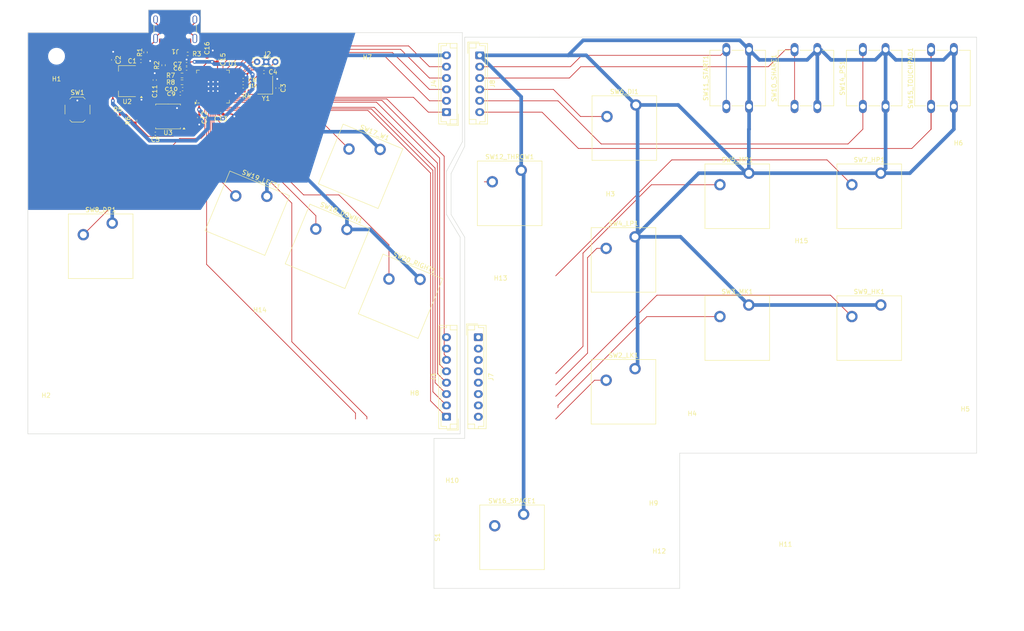
<source format=kicad_pcb>
(kicad_pcb (version 20240108) (generator "pcbnew") (generator_version "8.0")
  (layers (0 "F.Cu" signal) (31 "B.Cu" signal) (34 "B.Paste" user) (35 "F.Paste" user) (36 "B.SilkS" user "B.Silkscreen") (37 "F.SilkS" user "F.Silkscreen") (38 "B.Mask" user) (39 "F.Mask" user) (44 "Edge.Cuts" user))
  (net 0 "")
  (net 1 "VBUS")
  (net 2 "GND")
  (net 3 "+3.3V")
  (net 4 "Net-(C4-Pad2)")
  (net 5 "Net-(J1-SHIELD)")
  (net 6 "Net-(J1-CC2)")
  (net 7 "Net-(J1-CC1)")
  (net 8 "/B2_1")
  (net 15 "+1V1")
  (net 16 "Net-(R5-Pad1)")
  (net 17 "Net-(U1-USB_DM)")
  (net 18 "Net-(U1-USB_DP)")
  (net 19 "/Main/XIN")
  (net 20 "/Main/XOUT")
  (net 21 "/Main/QSPI_SS")
  (net 22 "/Main/D-")
  (net 23 "/Main/D+")
  (net 24 "DOWN")
  (net 25 "RIGHT")
  (net 26 "LEFT")
  (net 27 "/SPACE_1")
  (net 28 "/B3_1")
  (net 29 "L2")
  (net 30 "/B1_1")
  (net 31 "/L3_1")
  (net 32 "/Main/SWCLK")
  (net 33 "/Main/SWDIO")
  (net 34 "/Main/QSPI_SD3")
  (net 35 "/Main/QSPI_SCLK")
  (net 36 "/Main/QSPI_SD0")
  (net 37 "/Main/QSPI_SD2")
  (net 38 "/Main/QSPI_SD1")
  (net 39 "W")
  (net 46 "/R2_1")
  (net 47 "/B4_1")
  (net 48 "/R1_1")
  (net 49 "/S2")
  (net 50 "/A1")
  (net 51 "/S1")
  (net 52 "/L1")
  (net 53 "/A2")
  (net 54 "/SPACE")
  (net 57 "/B2")
  (net 58 "/B1")
  (net 59 "/B3")
  (net 60 "/L3")
  (net 61 "/R2")
  (net 62 "/B4")
  (net 63 "/R1")
  (net 64 "/S2_1")
  (net 65 "/A1_1")
  (net 66 "/A2_1")
  (net 67 "/S1_1")
  (net 68 "/L1_1")
  (net 69 "B1")
  (net 70 "B2")
  (net 71 "B3")
  (net 72 "B4")
  (net 73 "L1")
  (net 74 "R1")
  (net 75 "R2")
  (net 76 "S1")
  (net 77 "S2")
  (net 78 "L3")
  (net 79 "A1")
  (net 80 "A2")
  (net 81 "SPACE")
  (footprint "Capacitor_SMD:C_0402_1005Metric" (layer "F.Cu") (at 68.841 31.252)
    (property "Reference" "C1")
    (property "Value" "4.7u")
  )
  (footprint "PCM_Switch_Keyboard_Cherry_MX:SW_Cherry_MX_PCB" (layer "F.Cu") (at 228.903943 90)
    (property "Reference" "SW9_HK1")
    (property "Value" "SW_Push")
  )
  (footprint "" (layer "F.Cu") (at 83.7 36.84)
    (property "Reference" "")
    (property "Value" "")
  )
  (footprint "Crystal:Crystal_SMD_3225-4Pin_3.2x2.5mm" (layer "F.Cu") (at 96.146 36.53 90)
    (property "Reference" "Y1")
    (property "Value" "12 mhz crystal")
  )
  (footprint "Capacitor_SMD:C_0402_1005Metric" (layer "F.Cu") (at 77.49875 38.43 180)
    (property "Reference" "C9")
    (property "Value" "100n")
  )
  (footprint "" (layer "F.Cu") (at 85.732 36.84)
    (property "Reference" "")
    (property "Value" "")
  )
  (footprint "Capacitor_SMD:C_0402_1005Metric" (layer "F.Cu") (at 78.88 31.93 180)
    (property "Reference" "C7")
    (property "Value" "1u")
  )
  (footprint "Button_Switch_THT:SW_SPST_Omron_B3F-40xx" (layer "F.Cu") (at 197.5 41.25 90)
    (property "Reference" "SW11_START1")
    (property "Value" "SW_Push")
  )
  (footprint "Capacitor_SMD:C_0402_1005Metric" (layer "F.Cu") (at 91.32 35.43)
    (property "Reference" "C8")
    (property "Value" "100n")
  )
  (footprint "Button_Switch_SMD:SW_SPST_TL3342" (layer "F.Cu") (at 54.905 41.93)
    (property "Reference" "SW1")
    (property "Value" "Memory Reset")
  )
  (footprint "MountingHole:MountingHole_3.2mm_M3" (layer "F.Cu") (at 248.5 53.5)
    (property "Reference" "H6")
    (property "Value" "MountingHole")
  )
  (footprint "" (layer "F.Cu") (at 85.732 35.824)
    (property "Reference" "")
    (property "Value" "")
  )
  (footprint "" (layer "F.Cu") (at 85.732 37.856)
    (property "Reference" "")
    (property "Value" "")
  )
  (footprint "Resistor_SMD:R_0402_1005Metric" (layer "F.Cu") (at 92.08 37.856 180)
    (property "Reference" "R4")
    (property "Value" "1K")
  )
  (footprint "MountingHole:MountingHole_3.2mm_M3" (layer "F.Cu") (at 182.75 143.25)
    (property "Reference" "H12")
    (property "Value" "MountingHole")
  )
  (footprint "Capacitor_SMD:C_0402_1005Metric" (layer "F.Cu") (at 85.63 30.91 90)
    (property "Reference" "C15")
    (property "Value" "100n")
  )
  (footprint "Resistor_SMD:R_0402_1005Metric" (layer "F.Cu") (at 63.761 42.936)
    (property "Reference" "R5")
    (property "Value" "1K")
  )
  (footprint "MountingHole:MountingHole_3.2mm_M3" (layer "F.Cu") (at 147.881057 74.01)
    (property "Reference" "H13")
    (property "Value" "MountingHole")
  )
  (footprint "Resistor_SMD:R_0402_1005Metric" (layer "F.Cu") (at 73.822 32.178 -90)
    (property "Reference" "R2")
    (property "Value" "5.1K")
  )
  (footprint "PCM_Switch_Keyboard_Cherry_MX:SW_Cherry_MX_PCB_1.00u" (layer "F.Cu") (at 125.903943 83 -22.5)
    (property "Reference" "SW20_RIGHT1")
    (property "Value" "SW_Push")
  )
  (footprint "PCM_Switch_Keyboard_Cherry_MX:SW_Cherry_MX_PCB_1.00u" (layer "F.Cu") (at 109.834772 72.014362 -22.5)
    (property "Reference" "SW18_DOWN1")
    (property "Value" "SW_Push")
  )
  (footprint "MountingHole:MountingHole_3.2mm_M3" (layer "F.Cu") (at 190 113)
    (property "Reference" "H4")
    (property "Value" "MountingHole")
  )
  (footprint "Package_TO_SOT_SMD:SOT-223-3_TabPin2" (layer "F.Cu") (at 65.822 35.678 180)
    (property "Reference" "U2")
    (property "Value" "AMS1117-3.3_SOT223")
  )
  (footprint "Leverless_Controller_Library:Debug_Points" (layer "F.Cu") (at 97.68 31.43 180)
    (property "Reference" "J2")
    (property "Value" "Conn_01x03_Socket")
  )
  (footprint "PCM_Switch_Keyboard_Cherry_MX:SW_Cherry_MX_PCB_1.00u" (layer "F.Cu") (at 117.124891 54.414457 -22.5)
    (property "Reference" "SW17_W1")
    (property "Value" "SW_Push")
  )
  (footprint "Capacitor_SMD:C_0402_1005Metric" (layer "F.Cu") (at 83.38 30.93 90)
    (property "Reference" "C16")
    (property "Value" "100n")
  )
  (footprint "PCM_Switch_Keyboard_Cherry_MX:SW_Cherry_MX_PCB" (layer "F.Cu") (at 199.903943 90)
    (property "Reference" "SW3_MK1")
    (property "Value" "SW_Push")
  )
  (footprint "MountingHole:MountingHole_3.2mm_M3" (layer "F.Cu") (at 50.3 30.2)
    (property "Reference" "H1")
    (property "Value" "MountingHole")
  )
  (footprint "Capacitor_SMD:C_0402_1005Metric" (layer "F.Cu") (at 77.99875 37.43 180)
    (property "Reference" "C10")
    (property "Value" "100n")
  )
  (footprint "Connector_JST:JST_EH_B6B-EH-A_1x06_P2.50mm_Vertical" (layer "F.Cu") (at 136 42.5 90)
    (property "Reference" "J4")
    (property "Value" "Conn_01x06_Socket")
  )
  (footprint "Capacitor_SMD:C_0402_1005Metric" (layer "F.Cu") (at 62.745 30.998 90)
    (property "Reference" "C2")
    (property "Value" "4.7u")
  )
  (footprint "Capacitor_SMD:C_0402_1005Metric" (layer "F.Cu") (at 78.88 32.93 180)
    (property "Reference" "C6")
    (property "Value" "1u")
  )
  (footprint "MountingHole:MountingHole_3.2mm_M3" (layer "F.Cu") (at 181.506057 124.01)
    (property "Reference" "H9")
    (property "Value" "MountingHole")
  )
  (footprint "MountingHole:MountingHole_3.2mm_M3" (layer "F.Cu") (at 210.5 141.75)
    (property "Reference" "H11")
    (property "Value" "MountingHole")
  )
  (footprint "Capacitor_SMD:C_0402_1005Metric" (layer "F.Cu") (at 81.63 43.68 -90)
    (property "Reference" "C12")
    (property "Value" "100n")
  )
  (footprint "MountingHole:MountingHole_3.2mm_M3" (layer "F.Cu") (at 48 109)
    (property "Reference" "H2")
    (property "Value" "MountingHole")
  )
  (footprint "PCM_Switch_Keyboard_Cherry_MX:SW_Cherry_MX_PCB" (layer "F.Cu") (at 174.903943 104)
    (property "Reference" "SW2_LK1")
    (property "Value" "SW_Push")
  )
  (footprint "PCM_Switch_Keyboard_Cherry_MX:SW_Cherry_MX_PCB" (layer "F.Cu") (at 60 71.991696)
    (property "Reference" "SW8_DP1")
    (property "Value" "SW_Push")
  )
  (footprint "PCM_Switch_Keyboard_Cherry_MX:SW_Cherry_MX_PCB" (layer "F.Cu") (at 149.885906 60.354124)
    (property "Reference" "SW12_THROW1")
    (property "Value" "SW_Push")
  )
  (footprint "Capacitor_SMD:C_0402_1005Metric" (layer "F.Cu") (at 98.852 37.208 -90)
    (property "Reference" "C3")
    (property "Value" "15p")
  )
  (footprint "" (layer "F.Cu") (at 84.716 37.856)
    (property "Reference" "")
    (property "Value" "")
  )
  (footprint "Resistor_SMD:R_0603_1608Metric" (layer "F.Cu") (at 77.88 34.43)
    (property "Reference" "R7")
    (property "Value" "27")
  )
  (footprint "Connector_JST:JST_EH_B8B-EH-A_1x08_P2.50mm_Vertical" (layer "F.Cu") (at 143 92 -90)
    (property "Reference" "J7")
    (property "Value" "Conn_01x06_Socket")
  )
  (footprint "" (layer "F.Cu") (at 84.716 35.824)
    (property "Reference" "")
    (property "Value" "")
  )
  (footprint "MountingHole:MountingHole_3.2mm_M3" (layer "F.Cu") (at 167.5 60.5)
    (property "Reference" "H3")
    (property "Value" "MountingHole")
  )
  (footprint "Resistor_SMD:R_0402_1005Metric_Pad0.72x0.64mm_HandSolder" (layer "F.Cu") (at 67.571 44.333 -90)
    (property "Reference" "R6")
    (property "Value" "DNF")
  )
  (footprint "" (layer "F.Cu") (at 84.716 36.84)
    (property "Reference" "")
    (property "Value" "")
  )
  (footprint "Capacitor_SMD:C_0402_1005Metric" (layer "F.Cu") (at 72.016 47.254)
    (property "Reference" "C5")
    (property "Value" "100n")
  )
  (footprint "MountingHole:MountingHole_3.2mm_M3" (layer "F.Cu") (at 129 108.5)
    (property "Reference" "H8")
    (property "Value" "MountingHole")
  )
  (footprint "Capacitor_SMD:C_0402_1005Metric" (layer "F.Cu") (at 86.38 42.93)
    (property "Reference" "C13")
    (property "Value" "100n")
  )
  (footprint "Package_DFN_QFN:QFN-56-1EP_7x7mm_P0.4mm_EP3.2x3.2mm" (layer "F.Cu") (at 84.678 36.878 90)
    (property "Reference" "U1")
    (property "Value" "RP2040")
  )
  (footprint "Leverless_Controller_Library:USB_C_Receptacle_C6332272" (layer "F.Cu") (at 76.38 23.68 180)
    (property "Reference" "J1")
    (property "Value" "USB_C_Receptacle_USB2.0_14P")
  )
  (footprint "Capacitor_SMD:C_0402_1005Metric" (layer "F.Cu") (at 91.32 36.84)
    (property "Reference" "C14")
    (property "Value" "100n")
  )
  (footprint "PCM_Switch_Keyboard_Cherry_MX:SW_Cherry_MX_PCB" (layer "F.Cu") (at 199.903943 61)
    (property "Reference" "SW5_MP1")
    (property "Value" "SW_Push")
  )
  (footprint "PCM_Switch_Keyboard_Cherry_MX:SW_Cherry_MX_PCB" (layer "F.Cu") (at 175.084257 46.000561)
    (property "Reference" "SW6_DI1")
    (property "Value" "SW_Push")
  )
  (footprint "PCM_Mounting_Keyboard_Stabilizer:Stabilizer_Cherry_MX_2.00u" (layer "F.Cu") (at 150.41 136.01)
    (property "Reference" "S1")
    (property "Value" "~")
  )
  (footprint "Resistor_SMD:R_0402_1005Metric" (layer "F.Cu") (at 79.13 29.68)
    (property "Reference" "R3")
    (property "Value" "5.1K")
  )
  (footprint "PCM_Switch_Keyboard_Cherry_MX:SW_Cherry_MX_PCB_1.00u" (layer "F.Cu") (at 92.234867 64.724243 -22.5)
    (property "Reference" "SW19_LEFT1")
    (property "Value" "SW_Push")
  )
  (footprint "Resistor_SMD:R_0603_1608Metric" (layer "F.Cu") (at 77.88 35.93)
    (property "Reference" "R8")
    (property "Value" "27")
  )
  (footprint "PCM_Switch_Keyboard_Cherry_MX:SW_Cherry_MX_PCB" (layer "F.Cu") (at 174.903943 75)
    (property "Reference" "SW4_LP1")
    (property "Value" "SW_Push")
  )
  (footprint "MountingHole:MountingHole_3.2mm_M3" (layer "F.Cu") (at 137.25 119)
    (property "Reference" "H10")
    (property "Value" "MountingHole")
  )
  (footprint "MountingHole:MountingHole_3.2mm_M3" (layer "F.Cu") (at 95 81)
    (property "Reference" "H14")
    (property "Value" "MountingHole")
  )
  (footprint "Package_SO:SOIC-8_5.23x5.23mm_P1.27mm" (layer "F.Cu") (at 74.81 43.444 180)
    (property "Reference" "U3")
    (property "Value" "W25Q128JVSIQ")
  )
  (footprint "MountingHole:MountingHole_3.2mm_M3" (layer "F.Cu") (at 214 75)
    (property "Reference" "H15")
    (property "Value" "MountingHole")
  )
  (footprint "PCM_Switch_Keyboard_Cherry_MX:SW_Cherry_MX_PCB" (layer "F.Cu") (at 228.903943 61)
    (property "Reference" "SW7_HP1")
    (property "Value" "SW_Push")
  )
  (footprint "MountingHole:MountingHole_3.2mm_M3" (layer "F.Cu") (at 250 112)
    (property "Reference" "H5")
    (property "Value" "MountingHole")
  )
  (footprint "PCM_Switch_Keyboard_Cherry_MX:SW_Cherry_MX_PCB" (layer "F.Cu") (at 150.41 136.01)
    (property "Reference" "SW16_SPACE1")
    (property "Value" "SW_Push")
  )
  (footprint "MountingHole:MountingHole_3.2mm_M3" (layer "F.Cu") (at 118.6 34.6)
    (property "Reference" "H7")
    (property "Value" "MountingHole")
  )
  (footprint "Connector_JST:JST_EH_B6B-EH-A_1x06_P2.50mm_Vertical" (layer "F.Cu") (at 143.3 30 -90)
    (property "Reference" "J8")
    (property "Value" "Conn_01x06_Socket")
  )
  (footprint "Button_Switch_THT:SW_SPST_Omron_B3F-40xx" (layer "F.Cu") (at 212.5 41.25 90)
    (property "Reference" "SW10_SHARE1")
    (property "Value" "SW_Push")
  )
  (footprint "" (layer "F.Cu") (at 83.7 37.856)
    (property "Reference" "")
    (property "Value" "")
  )
  (footprint "Capacitor_SMD:C_0402_1005Metric" (layer "F.Cu") (at 71.88 35.43 90)
    (property "Reference" "C11")
    (property "Value" "100n")
  )
  (footprint "" (layer "F.Cu") (at 83.7 35.824)
    (property "Reference" "")
    (property "Value" "")
  )
  (footprint "PCM_kikit:Board" (layer "F.Cu") (at 158.5 25)
    (property "Reference" "B2")
    (property "Value" "Board")
  )
  (footprint "Connector_JST:JST_EH_B8B-EH-A_1x08_P2.50mm_Vertical" (layer "F.Cu") (at 136 109.5 90)
    (property "Reference" "J3")
    (property "Value" "Conn_01x06_Socket")
  )
  (footprint "Capacitor_SMD:C_0402_1005Metric" (layer "F.Cu") (at 95.88 33.68 180)
    (property "Reference" "C4")
    (property "Value" "15p")
  )
  (footprint "Button_Switch_THT:SW_SPST_Omron_B3F-40xx" (layer "F.Cu") (at 242.5 41.25 90)
    (property "Reference" "SW15_TOUCHPAD1")
    (property "Value" "SW_Push")
  )
  (footprint "Resistor_SMD:R_0402_1005Metric" (layer "F.Cu") (at 69.857 29.347 -90)
    (property "Reference" "R1")
    (property "Value" "1M")
  )
  (footprint "Button_Switch_THT:SW_SPST_Omron_B3F-40xx" (layer "F.Cu") (at 227.5 41.25 90)
    (property "Reference" "SW14_PS1")
    (property "Value" "SW_Push")
  )
  (footprint "PCM_kikit:Board" (layer "F.Cu") (at 57 25)
    (property "Reference" "B1")
    (property "Value" "Board")
  )
  (gr_line (start 252.5 26) (end 252.5 117.5) (stroke (width 0.1)) (layer "Edge.Cuts"))
  (gr_line (start 252.5 117.5) (end 187.25 117.5) (stroke (width 0.1)) (layer "Edge.Cuts"))
  (gr_line (start 44 113.25) (end 139 113.25) (stroke (width 0.1)) (layer "Edge.Cuts"))
  (gr_line (start 140.006057 75.01) (end 140.006057 114.255) (stroke (width 0.1)) (layer "Edge.Cuts"))
  (gr_line (start 133.25 147.25) (end 187.25 147.25) (stroke (width 0.1)) (layer "Edge.Cuts"))
  (gr_line (start 139.5 49) (end 139.5 25) (stroke (width 0.1)) (layer "Edge.Cuts"))
  (gr_line (start 140.006057 70.01) (end 140.006057 75.01) (stroke (width 0.1)) (layer "Edge.Cuts"))
  (gr_line (start 82 25) (end 82 20) (stroke (width 0.1)) (layer "Edge.Cuts"))
  (gr_line (start 82 20) (end 70.5 20) (stroke (width 0.1)) (layer "Edge.Cuts"))
  (gr_line (start 139.5 25) (end 82 25) (stroke (width 0.1)) (layer "Edge.Cuts"))
  (gr_line (start 139 113.25) (end 139 70) (stroke (width 0.1)) (layer "Edge.Cuts"))
  (gr_line (start 70.5 20) (end 70.5 25) (stroke (width 0.1)) (layer "Edge.Cuts"))
  (gr_line (start 140.006057 50.01) (end 137.006057 56.01) (stroke (width 0.1)) (layer "Edge.Cuts"))
  (gr_line (start 187.25 147.25) (end 187.25 117.5) (stroke (width 0.1)) (layer "Edge.Cuts"))
  (gr_line (start 136 55.5) (end 139.5 49) (stroke (width 0.1)) (layer "Edge.Cuts"))
  (gr_line (start 136 65) (end 136 55.5) (stroke (width 0.1)) (layer "Edge.Cuts"))
  (gr_line (start 140.006057 50.01) (end 140 26) (stroke (width 0.1)) (layer "Edge.Cuts"))
  (gr_line (start 252.5 26) (end 156.35 26) (stroke (width 0.1)) (layer "Edge.Cuts"))
  (gr_line (start 133.25 114.25) (end 133.25 147.25) (stroke (width 0.1)) (layer "Edge.Cuts"))
  (gr_line (start 140 26) (end 156.35 26) (stroke (width 0.1)) (layer "Edge.Cuts"))
  (gr_line (start 70.5 25) (end 44 25) (stroke (width 0.1)) (layer "Edge.Cuts"))
  (gr_line (start 139 70) (end 136 65) (stroke (width 0.1)) (layer "Edge.Cuts"))
  (gr_line (start 137.006057 56.01) (end 137.006057 65.01) (stroke (width 0.1)) (layer "Edge.Cuts"))
  (gr_line (start 44 25) (end 44 113.25) (stroke (width 0.1)) (layer "Edge.Cuts"))
  (gr_line (start 140.006057 114.255) (end 133.25 114.25) (stroke (width 0.1)) (layer "Edge.Cuts"))
  (gr_line (start 137.006057 65.01) (end 140.006057 70.01) (stroke (width 0.1)) (layer "Edge.Cuts"))
  (segment (start 143.3 35) (end 163 35) (width 0.15) (layer "F.Cu") (net 0))
  (segment (start 132 42.5) (end 128.73 39.23) (width 0.15) (layer "F.Cu") (net 0))
  (segment (start 122.88 39.58) (end 89.116006 39.58) (width 0.15) (layer "F.Cu") (net 0))
  (segment (start 157 42.5) (end 165 50.5) (width 0.15) (layer "F.Cu") (net 0))
  (segment (start 88.614006 34.678) (end 93.362006 29.93) (width 0.15) (layer "F.Cu") (net 0))
  (segment (start 160.5 40) (end 170 49.5) (width 0.15) (layer "F.Cu") (net 0))
  (segment (start 127.68 27.93) (end 90.88 27.93) (width 0.15) (layer "F.Cu") (net 0))
  (segment (start 120.6155 40.3155) (end 134 53.7) (width 0.15) (layer "F.Cu") (net 0))
  (segment (start 86.078 40.3155) (end 86.078 41.628) (width 0.15) (layer "F.Cu") (net 0))
  (segment (start 170.811845 43.460561) (end 171.274257 43.460561) (width 0.2) (layer "F.Cu") (net 0))
  (segment (start 134.5 98) (end 136 99.5) (width 0.15) (layer "F.Cu") (net 0))
  (segment (start 89.392 39.23) (end 128.73 39.23) (width 0.15) (layer "F.Cu") (net 0))
  (segment (start 163 35) (end 165.5 32.5) (width 0.15) (layer "F.Cu") (net 0))
  (segment (start 165.75 30) (end 163.25 32.5) (width 0.15) (layer "F.Cu") (net 0))
  (segment (start 88.5675 39.93) (end 121.83 39.93) (width 0.15) (layer "F.Cu") (net 0))
  (segment (start 227.5 46.25) (end 227.5 28.75) (width 0.15) (layer "F.Cu") (net 0))
  (segment (start 133 104) (end 133 55.3) (width 0.15) (layer "F.Cu") (net 0))
  (segment (start 132.5 55.9) (end 132.5 106) (width 0.15) (layer "F.Cu") (net 0))
  (segment (start 87.086997 41.78) (end 86.478 41.171003) (width 0.15) (layer "F.Cu") (net 0))
  (segment (start 210.5 28.75) (end 212.5 28.75) (width 0.15) (layer "F.Cu") (net 0))
  (segment (start 212.5 28.75) (end 212.5 41.25) (width 0.15) (layer "F.Cu") (net 0))
  (segment (start 88.614006 39.078) (end 88.1155 39.078) (width 0.15) (layer "F.Cu") (net 0))
  (segment (start 86.478 41.171003) (end 86.478 40.3155) (width 0.15) (layer "F.Cu") (net 0))
  (segment (start 132.25 35) (end 125.93 28.68) (width 0.15) (layer "F.Cu") (net 0))
  (segment (start 88.1155 39.478) (end 88.5675 39.93) (width 0.15) (layer "F.Cu") (net 0))
  (segment (start 143.3 42.5) (end 157 42.5) (width 0.15) (layer "F.Cu") (net 0))
  (segment (start 121.83 39.93) (end 134.5 52.6) (width 0.15) (layer "F.Cu") (net 0))
  (segment (start 132.25 32.5) (end 127.68 27.93) (width 0.15) (layer "F.Cu") (net 0))
  (segment (start 143.3 37.5) (end 159.5 37.5) (width 0.15) (layer "F.Cu") (net 0))
  (segment (start 134 53.7) (end 134 100) (width 0.15) (layer "F.Cu") (net 0))
  (segment (start 196.25 30) (end 165.75 30) (width 0.15) (layer "F.Cu") (net 0))
  (segment (start 93.0135 29.38) (end 88.1155 34.278) (width 0.15) (layer "F.Cu") (net 0))
  (segment (start 165.460561 43.460561) (end 159.5 37.5) (width 0.15) (layer "F.Cu") (net 0))
  (segment (start 92.0385 28.68) (end 125.93 28.68) (width 0.15) (layer "F.Cu") (net 0))
  (segment (start 86.878 40.814006) (end 86.878 40.3155) (width 0.15) (layer "F.Cu") (net 0))
  (segment (start 206.75 32.5) (end 210.5 28.75) (width 0.15) (layer "F.Cu") (net 0))
  (segment (start 238.25 50.5) (end 242.5 46.25) (width 0.15) (layer "F.Cu") (net 0))
  (segment (start 224.25 49.5) (end 227.5 46.25) (width 0.15) (layer "F.Cu") (net 0))
  (segment (start 133 55.3) (end 119.48 41.78) (width 0.15) (layer "F.Cu") (net 0))
  (segment (start 88.1155 38.678) (end 88.84 38.678) (width 0.15) (layer "F.Cu") (net 0))
  (segment (start 118.73 42.13) (end 132.5 55.9) (width 0.15) (layer "F.Cu") (net 0))
  (segment (start 136 104.5) (end 133.5 102) (width 0.15) (layer "F.Cu") (net 0))
  (segment (start 120.13 41.43) (end 87.493994 41.43) (width 0.15) (layer "F.Cu") (net 0))
  (segment (start 136 35) (end 132.25 35) (width 0.15) (layer "F.Cu") (net 0))
  (segment (start 132.5 106) (end 136 109.5) (width 0.15) (layer "F.Cu") (net 0))
  (segment (start 88.1155 34.678) (end 88.614006 34.678) (width 0.15) (layer "F.Cu") (net 0))
  (segment (start 86.078 41.628) (end 86.58 42.13) (width 0.15) (layer "F.Cu") (net 0))
  (segment (start 93.362006 29.93) (end 122.18 29.93) (width 0.15) (layer "F.Cu") (net 0))
  (segment (start 133.5 54.8) (end 120.13 41.43) (width 0.15) (layer "F.Cu") (net 0))
  (segment (start 87.278 40.3155) (end 120.6155 40.3155) (width 0.15) (layer "F.Cu") (net 0))
  (segment (start 136 42.5) (end 132 42.5) (width 0.15) (layer "F.Cu") (net 0))
  (segment (start 136 32.5) (end 132.25 32.5) (width 0.15) (layer "F.Cu") (net 0))
  (segment (start 88.84 38.678) (end 89.392 39.23) (width 0.15) (layer "F.Cu") (net 0))
  (segment (start 135.5 95.8) (end 135.5 52.2) (width 0.15) (layer "F.Cu") (net 0))
  (segment (start 136 96.3) (end 135.5 95.8) (width 0.15) (layer "F.Cu") (net 0))
  (segment (start 86.58 42.13) (end 118.73 42.13) (width 0.15) (layer "F.Cu") (net 0))
  (segment (start 136 97) (end 136 96.3) (width 0.15) (layer "F.Cu") (net 0))
  (segment (start 143.3 40) (end 160.5 40) (width 0.15) (layer "F.Cu") (net 0))
  (segment (start 171.274257 43.460561) (end 165.460561 43.460561) (width 0.15) (layer "F.Cu") (net 0))
  (segment (start 136 37.5) (end 132.25 37.5) (width 0.15) (layer "F.Cu") (net 0))
  (segment (start 132.25 40) (end 122.18 29.93) (width 0.15) (layer "F.Cu") (net 0))
  (segment (start 132.25 37.5) (end 124.13 29.38) (width 0.15) (layer "F.Cu") (net 0))
  (segment (start 87.278 33.4405) (end 92.0385 28.68) (width 0.15) (layer "F.Cu") (net 0))
  (segment (start 165 50.5) (end 238.25 50.5) (width 0.15) (layer "F.Cu") (net 0))
  (segment (start 197.5 28.75) (end 196.25 30) (width 0.15) (layer "F.Cu") (net 0))
  (segment (start 135.5 52.2) (end 122.88 39.58) (width 0.15) (layer "F.Cu") (net 0))
  (segment (start 242.5 46.25) (end 242.5 28.75) (width 0.2) (layer "F.Cu") (net 0))
  (segment (start 163.25 32.5) (end 143.3 32.5) (width 0.15) (layer "F.Cu") (net 0))
  (segment (start 136 40) (end 132.25 40) (width 0.15) (layer "F.Cu") (net 0))
  (segment (start 165.5 32.5) (end 206.75 32.5) (width 0.15) (layer "F.Cu") (net 0))
  (segment (start 90.88 27.93) (end 86.878 31.932) (width 0.15) (layer "F.Cu") (net 0))
  (segment (start 87.493994 41.43) (end 86.878 40.814006) (width 0.15) (layer "F.Cu") (net 0))
  (segment (start 170 49.5) (end 224.25 49.5) (width 0.15) (layer "F.Cu") (net 0))
  (segment (start 133.5 102) (end 133.5 54.8) (width 0.15) (layer "F.Cu") (net 0))
  (segment (start 124.13 29.38) (end 93.0135 29.38) (width 0.15) (layer "F.Cu") (net 0))
  (segment (start 86.878 31.932) (end 86.878 33.4405) (width 0.15) (layer "F.Cu") (net 0))
  (segment (start 89.116006 39.58) (end 88.614006 39.078) (width 0.15) (layer "F.Cu") (net 0))
  (segment (start 136 107) (end 133 104) (width 0.15) (layer "F.Cu") (net 0))
  (segment (start 134 100) (end 136 102) (width 0.15) (layer "F.Cu") (net 0))
  (segment (start 119.48 41.78) (end 87.086997 41.78) (width 0.15) (layer "F.Cu") (net 0))
  (segment (start 134.5 52.6) (end 134.5 98) (width 0.15) (layer "F.Cu") (net 0))
  (segment (start 197.5 28.75) (end 197.5 41.25) (width 0.15) (layer "B.Cu") (net 0))
  (segment (start 68.361 32.767) (end 68.972 33.378) (width 0.2) (layer "F.Cu") (net 1))
  (segment (start 68.361 31.252) (end 68.361 32.767) (width 0.2) (layer "F.Cu") (net 1))
  (segment (start 78.36241 25.985) (end 78.35375 25.985) (width 0.2) (layer "F.Cu") (net 1))
  (segment (start 73.98 26.39875) (end 73.98 26.86) (width 0.2) (layer "F.Cu") (net 1))
  (segment (start 69.302 33.048) (end 68.972 33.378) (width 0.2) (layer "F.Cu") (net 1))
  (segment (start 70.172 33.378) (end 73.98 29.57) (width 0.2) (layer "F.Cu") (net 1))
  (segment (start 78.78 26.40259) (end 78.36241 25.985) (width 0.2) (layer "F.Cu") (net 1))
  (segment (start 78.78 26.86) (end 78.78 26.40259) (width 0.2) (layer "F.Cu") (net 1))
  (segment (start 68.972 33.378) (end 70.172 33.378) (width 0.2) (layer "F.Cu") (net 1))
  (segment (start 78.35375 25.985) (end 77.89875 25.53) (width 0.2) (layer "F.Cu") (net 1))
  (segment (start 73.98 29.57) (end 73.98 27.4) (width 0.2) (layer "F.Cu") (net 1))
  (segment (start 77.89875 25.53) (end 74.84875 25.53) (width 0.2) (layer "F.Cu") (net 1))
  (segment (start 74.84875 25.53) (end 73.98 26.39875) (width 0.2) (layer "F.Cu") (net 1))
  (segment (start 78.4 31.93) (end 78.4 31.41) (width 0.2) (layer "F.Cu") (net 2))
  (segment (start 79.58 27.4) (end 79.58 29.37) (width 0.2) (layer "F.Cu") (net 2))
  (segment (start 91.8 36.84) (end 92.079999 36.84) (width 0.2) (layer "F.Cu") (net 2))
  (segment (start 81.668 44.198) (end 81.63 44.16) (width 0.2) (layer "F.Cu") (net 2))
  (segment (start 95.296 37.63) (end 95.296 37.53) (width 0.2) (layer "F.Cu") (net 2))
  (segment (start 84.63 28.93) (end 83.38 30.18) (width 0.2) (layer "F.Cu") (net 2))
  (segment (start 68.968 39.761) (end 68.968 37.982) (width 0.2) (layer "F.Cu") (net 2))
  (segment (start 86.86 42.93) (end 88.88 42.93) (width 0.2) (layer "F.Cu") (net 2))
  (segment (start 95.296 37.53) (end 96.996 35.83) (width 0.2) (layer "F.Cu") (net 2))
  (segment (start 70.873 30.873) (end 69.857 29.857) (width 0.2) (layer "F.Cu") (net 2))
  (segment (start 91.8 34.51) (end 91.88 34.43) (width 0.2) (layer "F.Cu") (net 2))
  (segment (start 95.296 37.63) (end 95.296 37.73) (width 0.2) (layer "F.Cu") (net 2))
  (segment (start 71.88 33.93) (end 71.88 34.95) (width 0.2) (layer "F.Cu") (net 2))
  (segment (start 69.02 37.93) (end 68.972 37.978) (width 0.2) (layer "F.Cu") (net 2))
  (segment (start 98.852 35.228) (end 98.813 35.189) (width 0.2) (layer "F.Cu") (net 2))
  (segment (start 68.968 37.982) (end 68.972 37.978) (width 0.2) (layer "F.Cu") (net 2))
  (segment (start 88.1155 37.878) (end 89.183 37.878) (width 0.2) (layer "F.Cu") (net 2))
  (segment (start 79.64 29.68) (end 79.64 30.17) (width 0.2) (layer "F.Cu") (net 2))
  (segment (start 94.007975 33.188) (end 93.122 33.188) (width 0.2) (layer "F.Cu") (net 2))
  (segment (start 76.7785 41.6025) (end 76.842 41.539) (width 0.2) (layer "F.Cu") (net 2))
  (segment (start 85.63 30.43) (end 85.63 29.93) (width 0.2) (layer "F.Cu") (net 2))
  (segment (start 54.88 39.93) (end 55.005 40.055) (width 0.15) (layer "F.Cu") (net 2))
  (segment (start 91.8 35.43) (end 91.8 34.51) (width 0.2) (layer "F.Cu") (net 2))
  (segment (start 97.304 33.68) (end 96.36 33.68) (width 0.2) (layer "F.Cu") (net 2))
  (segment (start 89.183 37.878) (end 89.669 38.364) (width 0.2) (layer "F.Cu") (net 2))
  (segment (start 78.4 31.41) (end 78.88 30.93) (width 0.2) (layer "F.Cu") (net 2))
  (segment (start 75.88 37.43) (end 75.38 37.93) (width 0.2) (layer "F.Cu") (net 2))
  (segment (start 62.905 30.678) (end 62.745 30.518) (width 0.2) (layer "F.Cu") (net 2))
  (segment (start 84.64 36.84) (end 84.678 36.878) (width 0.8) (layer "F.Cu") (net 2))
  (segment (start 79.64 30.17) (end 78.88 30.93) (width 0.2) (layer "F.Cu") (net 2))
  (segment (start 92.079999 36.84) (end 94.38 34.539999) (width 0.2) (layer "F.Cu") (net 2))
  (segment (start 77.51875 37.43) (end 75.88 37.43) (width 0.2) (layer "F.Cu") (net 2))
  (segment (start 70.873 31.252) (end 70.873 30.873) (width 0.2) (layer "F.Cu") (net 2))
  (segment (start 78.4 32.93) (end 78.4 31.93) (width 0.2) (layer "F.Cu") (net 2))
  (segment (start 71.88 33.93) (end 73.122 32.688) (width 0.2) (layer "F.Cu") (net 2))
  (segment (start 62.745 29.22) (end 62.745 30.518) (width 0.2) (layer "F.Cu") (net 2))
  (segment (start 97.237 35.189) (end 96.996 35.43) (width 0.2) (layer "F.Cu") (net 2))
  (segment (start 54.755 40.055) (end 54.88 39.93) (width 0.15) (layer "F.Cu") (net 2))
  (segment (start 75.88 38.43) (end 75.38 37.93) (width 0.2) (layer "F.Cu") (net 2))
  (segment (start 98.852 36.728) (end 98.852 35.228) (width 0.2) (layer "F.Cu") (net 2))
  (segment (start 75.38 37.93) (end 69.02 37.93) (width 0.2) (layer "F.Cu") (net 2))
  (segment (start 88.88 42.93) (end 89.38 43.43) (width 0.2) (layer "F.Cu") (net 2))
  (segment (start 77.01875 38.43) (end 75.88 38.43) (width 0.2) (layer "F.Cu") (net 2))
  (segment (start 96.996 35.83) (end 96.996 35.43) (width 0.2) (layer "F.Cu") (net 2))
  (segment (start 81.668 45.222) (end 81.668 44.198) (width 0.2) (layer "F.Cu") (net 2))
  (segment (start 94.38 33.560025) (end 94.007975 33.188) (width 0.2) (layer "F.Cu") (net 2))
  (segment (start 83.38 30.18) (end 83.38 30.45) (width 0.2) (layer "F.Cu") (net 2))
  (segment (start 51.905 40.055) (end 54.755 40.055) (width 0.15) (layer "F.Cu") (net 2))
  (segment (start 73.18 28.945) (end 73.18 27.4) (width 0.2) (layer "F.Cu") (net 2))
  (segment (start 70.873 31.252) (end 69.321 31.252) (width 0.2) (layer "F.Cu") (net 2))
  (segment (start 98.813 35.189) (end 97.237 35.189) (width 0.2) (layer "F.Cu") (net 2))
  (segment (start 94.38 34.539999) (end 94.38 33.560025) (width 0.2) (layer "F.Cu") (net 2))
  (segment (start 55.005 40.055) (end 57.905 40.055) (width 0.15) (layer "F.Cu") (net 2))
  (segment (start 76.7785 41.6025) (end 72.496 45.885) (width 0.2) (layer "F.Cu") (net 2))
  (segment (start 93.122 33.188) (end 91.88 34.43) (width 0.2) (layer "F.Cu") (net 2))
  (segment (start 70.873 31.252) (end 73.18 28.945) (width 0.2) (layer "F.Cu") (net 2))
  (segment (start 84.716 36.84) (end 84.64 36.84) (width 0.8) (layer "F.Cu") (net 2))
  (segment (start 85.63 29.93) (end 84.63 28.93) (width 0.2) (layer "F.Cu") (net 2))
  (segment (start 72.496 45.885) (end 72.496 47.254) (width 0.2) (layer "F.Cu") (net 2))
  (segment (start 76.842 41.539) (end 78.41 41.539) (width 0.2) (layer "F.Cu") (net 2))
  (segment (start 98.813 35.189) (end 97.304 33.68) (width 0.2) (layer "F.Cu") (net 2))
  (segment (start 79.58 29.37) (end 79.64 29.43) (width 0.2) (layer "F.Cu") (net 2))
  (segment (start 73.122 32.688) (end 73.822 32.688) (width 0.2) (layer "F.Cu") (net 2))
  (segment (start 84.716 36.916) (end 84.716 36.84) (width 0.8) (layer "F.Cu") (net 2))
  (via (at 89.38 43.43) (size 0.8) (drill 0.4) (layers "F.Cu" "B.Cu") (net 2))
  (via (at 84.63 28.93) (size 0.8) (drill 0.4) (layers "F.Cu" "B.Cu") (net 2))
  (via (at 76.7785 41.6025) (size 0.8) (drill 0.4) (layers "F.Cu" "B.Cu") (net 2))
  (via (at 71.88 33.93) (size 0.8) (drill 0.4) (layers "F.Cu" "B.Cu") (net 2))
  (via (at 81.668 45.222) (size 0.8) (drill 0.4) (layers "F.Cu" "B.Cu") (net 2))
  (via (at 70.873 31.252) (size 0.8) (drill 0.4) (layers "F.Cu" "B.Cu") (net 2))
  (via (at 89.669 38.364) (size 0.8) (drill 0.4) (layers "F.Cu" "B.Cu") (net 2))
  (via (at 91.88 34.43) (size 0.8) (drill 0.4) (layers "F.Cu" "B.Cu") (net 2))
  (via (at 62.745 29.22) (size 0.8) (drill 0.4) (layers "F.Cu" "B.Cu") (net 2))
  (via (at 54.88 39.93) (size 0.8) (drill 0.4) (layers "F.Cu" "B.Cu") (net 2))
  (via (at 78.88 30.93) (size 0.8) (drill 0.4) (layers "F.Cu" "B.Cu") (net 2))
  (via (at 68.968 39.761) (size 0.8) (drill 0.4) (layers "F.Cu" "B.Cu") (net 2))
  (via (at 98.813 35.189) (size 0.8) (drill 0.4) (layers "F.Cu" "B.Cu") (net 2))
  (segment (start 178 98.363943) (end 177.443943 98.92) (width 0.8) (layer "B.Cu") (net 2))
  (segment (start 245.25 31) (end 247.5 28.75) (width 0.8) (layer "B.Cu") (net 2))
  (segment (start 202.5 41.25) (end 202.5 46.25) (width 0.8) (layer "B.Cu") (net 2))
  (segment (start 202.443943 84.92) (end 231.443943 84.92) (width 0.8) (layer "B.Cu") (net 2))
  (segment (start 162.75 30) (end 166.703696 30) (width 0.8) (layer "B.Cu") (net 2))
  (segment (start 202.5 46.25) (end 202.443943 46.306057) (width 0.8) (layer "B.Cu") (net 2))
  (segment (start 247.5 28.75) (end 247.5 46.25) (width 0.8) (layer "B.Cu") (net 2))
  (segment (start 230.25 31) (end 232.5 28.75) (width 0.8) (layer "B.Cu") (net 2))
  (segment (start 220.5 31) (end 230.25 31) (width 0.8) (layer "B.Cu") (net 2))
  (segment (start 119.208991 68.29307) (end 114.125458 68.29307) (width 0.8) (layer "B.Cu") (net 2))
  (segment (start 178 69.363943) (end 178 41.296304) (width 0.8) (layer "B.Cu") (net 2))
  (segment (start 177.443943 69.92) (end 187.443943 69.92) (width 0.8) (layer "B.Cu") (net 2))
  (segment (start 202.5 28.75) (end 202.5 41.25) (width 0.8) (layer "B.Cu") (net 2))
  (segment (start 114.125458 68.29307) (end 114.125458 65.875458) (width 0.8) (layer "B.Cu") (net 2))
  (segment (start 152.425906 55.274124) (end 152.425906 39.125906) (width 0.8) (layer "B.Cu") (net 2))
  (segment (start 200.45 26.7) (end 202.5 28.75) (width 0.8) (layer "B.Cu") (net 2))
  (segment (start 178 41.296304) (end 177.624257 40.920561) (width 0.8) (layer "B.Cu") (net 2))
  (segment (start 136 30) (end 113 30) (width 0.8) (layer "B.Cu") (net 2))
  (segment (start 217.5 28.75) (end 218.25 28.75) (width 0.8) (layer "B.Cu") (net 2))
  (segment (start 130.194629 79.278708) (end 119.208991 68.29307) (width 0.8) (layer "B.Cu") (net 2))
  (segment (start 62.54 66.911696) (end 62.54 63.21) (width 0.8) (layer "B.Cu") (net 2))
  (segment (start 152.425906 39.125906) (end 143.3 30) (width 0.8) (layer "B.Cu") (net 2))
  (segment (start 201.92 55.92) (end 202.443943 55.92) (width 0.8) (layer "B.Cu") (net 2))
  (segment (start 166.05 26.7) (end 200.45 26.7) (width 0.8) (layer "B.Cu") (net 2))
  (segment (start 96.525553 54.224447) (end 96.75 54) (width 0.8) (layer "B.Cu") (net 2))
  (segment (start 204.75 31) (end 215.25 31) (width 0.8) (layer "B.Cu") (net 2))
  (segment (start 191.443943 55.92) (end 177.443943 69.92) (width 0.8) (layer "B.Cu") (net 2))
  (segment (start 177.624257 40.920561) (end 186.920561 40.920561) (width 0.8) (layer "B.Cu") (net 2))
  (segment (start 117.522412 46.8) (end 108.2 46.8) (width 0.8) (layer "B.Cu") (net 2))
  (segment (start 114.125458 65.875458) (end 102.25 54) (width 0.8) (layer "B.Cu") (net 2))
  (segment (start 162.75 30) (end 143.3 30) (width 0.8) (layer "B.Cu") (net 2))
  (segment (start 237.83 55.92) (end 231.443943 55.92) (width 0.8) (layer "B.Cu") (net 2))
  (segment (start 177.443943 69.92) (end 178 70.476057) (width 0.8) (layer "B.Cu") (net 2))
  (segment (start 202.5 28.75) (end 204.75 31) (width 0.8) (layer "B.Cu") (net 2))
  (segment (start 162.75 30) (end 166.05 26.7) (width 0.8) (layer "B.Cu") (net 2))
  (segment (start 62.54 63.21) (end 62.75 63) (width 0.8) (layer "B.Cu") (net 2))
  (segment (start 234.75 31) (end 245.25 31) (width 0.8) (layer "B.Cu") (net 2))
  (segment (start 218.25 28.75) (end 220.5 31) (width 0.8) (layer "B.Cu") (net 2))
  (segment (start 231.443943 55.92) (end 232.5 54.863943) (width 0.8) (layer "B.Cu") (net 2))
  (segment (start 121.415577 50.693165) (end 117.522412 46.8) (width 0.8) (layer "B.Cu") (net 2))
  (segment (start 232.5 28.75) (end 234.75 31) (width 0.8) (layer "B.Cu") (net 2))
  (segment (start 166.703696 30) (end 177.624257 40.920561) (width 0.8) (layer "B.Cu") (net 2))
  (segment (start 187.443943 69.92) (end 202.443943 84.92) (width 0.8) (layer "B.Cu") (net 2))
  (segment (start 152.95 130.93) (end 152.95 55.798218) (width 0.8) (layer "B.Cu") (net 2))
  (segment (start 215.25 31) (end 217.5 28.75) (width 0.8) (layer "B.Cu") (net 2))
  (segment (start 178 70.476057) (end 178 98.363943) (width 0.8) (layer "B.Cu") (net 2))
  (segment (start 202.443943 55.92) (end 191.443943 55.92) (width 0.8) (layer "B.Cu") (net 2))
  (segment (start 177.443943 69.92) (end 178 69.363943) (width 0.8) (layer "B.Cu") (net 2))
  (segment (start 217.5 28.75) (end 217.5 41.25) (width 0.8) (layer "B.Cu") (net 2))
  (segment (start 96.525553 61.002951) (end 96.525553 54.224447) (width 0.8) (layer "B.Cu") (net 2))
  (segment (start 186.920561 40.920561) (end 201.92 55.92) (width 0.8) (layer "B.Cu") (net 2))
  (segment (start 232.5 54.863943) (end 232.5 28.75) (width 0.8) (layer "B.Cu") (net 2))
  (segment (start 202.443943 55.92) (end 231.443943 55.92) (width 0.8) (layer "B.Cu") (net 2))
  (segment (start 177.624257 40.920561) (end 177.603696 40.9) (width 0.8) (layer "B.Cu") (net 2))
  (segment (start 202.443943 55.92) (end 202.443943 46.306057) (width 0.8) (layer "B.Cu") (net 2))
  (segment (start 247.5 46.25) (end 237.83 55.92) (width 0.8) (layer "B.Cu") (net 2))
  (segment (start 81.63 42.968) (end 81.862 43.2) (width 0.2) (layer "F.Cu") (net 3))
  (segment (start 84.52 31.39) (end 85.63 31.39) (width 0.2) (layer "F.Cu") (net 3))
  (segment (start 87.58164 35.078) (end 88.1155 35.078) (width 0.2) (layer "F.Cu") (net 3))
  (segment (start 91.5 36.18) (end 90.84 36.84) (width 0.2) (layer "F.Cu") (net 3))
  (segment (start 62.672 35.678) (end 68.972 35.678) (width 0.8) (layer "F.Cu") (net 3))
  (segment (start 69.09 35.796) (end 68.972 35.678) (width 0.2) (layer "F.Cu") (net 3))
  (segment (start 62.672 40.015) (end 62.672 35.678) (width 0.2) (layer "F.Cu") (net 3))
  (segment (start 86.91164 34.408) (end 87.58164 35.078) (width 0.2) (layer "F.Cu") (net 3))
  (segment (start 62.564 35.57) (end 62.672 35.678) (width 0.2) (layer "F.Cu") (net 3))
  (segment (start 82.078 32.90664) (end 82.078 33.4405) (width 0.2) (layer "F.Cu") (net 3))
  (segment (start 84.48 31.43) (end 84.52 31.39) (width 0.2) (layer "F.Cu") (net 3))
  (segment (start 90.84 36.84) (end 90.678 36.678) (width 0.2) (layer "F.Cu") (net 3))
  (segment (start 80.63 31.43) (end 79.86 31.43) (width 0.2) (layer "F.Cu") (net 3))
  (segment (start 93.38 34.786134) (end 91.986134 36.18) (width 0.2) (layer "F.Cu") (net 3))
  (segment (start 67.571 43.7355) (end 69.1845 45.349) (width 0.2) (layer "F.Cu") (net 3))
  (segment (start 77.86875 36.82) (end 72.79 36.82) (width 0.2) (layer "F.Cu") (net 3))
  (segment (start 81.2405 36.278) (end 80.14 36.278) (width 0.2) (layer "F.Cu") (net 3))
  (segment (start 83.36 31.43) (end 83.36 31.62464) (width 0.2) (layer "F.Cu") (net 3))
  (segment (start 81.63 41.93) (end 81.63 42.968) (width 0.2) (layer "F.Cu") (net 3))
  (segment (start 81.2405 34.678) (end 81.2405 34.278) (width 0.2) (layer "F.Cu") (net 3))
  (segment (start 69.1845 45.349) (end 71.21 45.349) (width 0.2) (layer "F.Cu") (net 3))
  (segment (start 67.571 43.7355) (end 67.571 41.477) (width 0.2) (layer "F.Cu") (net 3))
  (segment (start 85.678 33.4405) (end 85.678 33.97436) (width 0.2) (layer "F.Cu") (net 3))
  (segment (start 69.204 35.91) (end 68.972 35.678) (width 0.3) (layer "F.Cu") (net 3))
  (segment (start 80.14 36.278) (end 79.74 36.678) (width 0.2) (layer "F.Cu") (net 3))
  (segment (start 78.988 37.43) (end 79.74 36.678) (width 0.2) (layer "F.Cu") (net 3))
  (segment (start 69.33 35.678) (end 68.972 35.678) (width 0.2) (layer "F.Cu") (net 3))
  (segment (start 71.536 45.675) (end 71.536 47.254) (width 0.2) (layer "F.Cu") (net 3))
  (segment (start 71.21 45.349) (end 71.536 45.675) (width 0.2) (layer "F.Cu") (net 3))
  (segment (start 93.38 34.18) (end 93.38 34.786134) (width 0.2) (layer "F.Cu") (net 3))
  (segment (start 79.74 36.678) (end 81.2405 36.678) (width 0.2) (layer "F.Cu") (net 3))
  (segment (start 81.2405 34.678) (end 81.2405 33.8105) (width 0.2) (layer "F.Cu") (net 3))
  (segment (start 79.86 31.43) (end 79.36 31.93) (width 0.2) (layer "F.Cu") (net 3))
  (segment (start 81.63 41.93) (end 81.63 40.7635) (width 0.2) (layer "F.Cu") (net 3))
  (segment (start 85.678 31.438) (end 85.678 33.4405) (width 0.2) (layer "F.Cu") (net 3))
  (segment (start 62.672 35.678) (end 62.672 31.551) (width 0.2) (layer "F.Cu") (net 3))
  (segment (start 86.11164 34.408) (end 86.91164 34.408) (width 0.2) (layer "F.Cu") (net 3))
  (segment (start 72.79 36.82) (end 71.88 35.91) (width 0.2) (layer "F.Cu") (net 3))
  (segment (start 62.672 31.551) (end 62.745 31.478) (width 0.2) (layer "F.Cu") (net 3))
  (segment (start 86.88 43.91) (end 85.9 42.93) (width 0.2) (layer "F.Cu") (net 3))
  (segment (start 67.571 41.477) (end 62.672 36.578) (width 0.2) (layer "F.Cu") (net 3))
  (segment (start 86.88 43.93) (end 86.88 43.91) (width 0.2) (layer "F.Cu") (net 3))
  (segment (start 83.36 31.62464) (end 82.078 32.90664) (width 0.2) (layer "F.Cu") (net 3))
  (segment (start 85.678 42.026) (end 85.678 40.3155) (width 0.2) (layer "F.Cu") (net 3))
  (segment (start 78.47875 37.43) (end 77.86875 36.82) (width 0.2) (layer "F.Cu") (net 3))
  (segment (start 91.986134 36.18) (end 91.5 36.18) (width 0.2) (layer "F.Cu") (net 3))
  (segment (start 85.678 33.97436) (end 86.11164 34.408) (width 0.2) (layer "F.Cu") (net 3))
  (segment (start 85.63 31.39) (end 85.678 31.438) (width 0.2) (layer "F.Cu") (net 3))
  (segment (start 78.988 37.43) (end 78.47875 37.43) (width 0.2) (layer "F.Cu") (net 3))
  (segment (start 71.88 35.91) (end 69.204 35.91) (width 0.3) (layer "F.Cu") (net 3))
  (segment (start 81.2405 33.8105) (end 79.36 31.93) (width 0.2) (layer "F.Cu") (net 3))
  (segment (start 85.9 42.93) (end 85.9 42.248) (width 0.2) (layer "F.Cu") (net 3))
  (segment (start 62.672 36.578) (end 62.672 35.678) (width 0.2) (layer "F.Cu") (net 3))
  (segment (start 81.63 40.7635) (end 82.078 40.3155) (width 0.2) (layer "F.Cu") (net 3))
  (segment (start 90.678 36.678) (end 88.1155 36.678) (width 0.2) (layer "F.Cu") (net 3))
  (segment (start 85.9 42.248) (end 85.678 42.026) (width 0.2) (layer "F.Cu") (net 3))
  (segment (start 84.48 31.43) (end 83.36 31.43) (width 0.2) (layer "F.Cu") (net 3))
  (via (at 62.672 40.015) (size 0.8) (drill 0.4) (layers "F.Cu" "B.Cu") (net 3))
  (via (at 84.48 31.43) (size 0.8) (drill 0.4) (layers "F.Cu" "B.Cu") (net 3))
  (via (at 81.63 41.93) (size 0.8) (drill 0.4) (layers "F.Cu" "B.Cu") (net 3))
  (via (at 93.38 34.18) (size 0.8) (drill 0.4) (layers "F.Cu" "B.Cu") (net 3))
  (via (at 80.63 31.43) (size 0.8) (drill 0.4) (layers "F.Cu" "B.Cu") (net 3))
  (via (at 86.88 43.93) (size 0.8) (drill 0.4) (layers "F.Cu" "B.Cu") (net 3))
  (segment (start 93.38 37.43) (end 86.88 43.93) (width 0.8) (layer "B.Cu") (net 3))
  (segment (start 93.38 34.18) (end 93.38 37.43) (width 0.8) (layer "B.Cu") (net 3))
  (segment (start 83.63 46.054) (end 83.63 43.93) (width 0.8) (layer "B.Cu") (net 3))
  (segment (start 84.98 31.93) (end 91.13 31.93) (width 0.8) (layer "B.Cu") (net 3))
  (segment (start 86.88 43.93) (end 83.63 43.93) (width 0.8) (layer "B.Cu") (net 3))
  (segment (start 91.13 31.93) (end 93.38 34.18) (width 0.8) (layer "B.Cu") (net 3))
  (segment (start 80.906 48.778) (end 83.63 46.054) (width 0.8) (layer "B.Cu") (net 3))
  (segment (start 62.672 40.704) (end 70.746 48.778) (width 0.8) (layer "B.Cu") (net 3))
  (segment (start 84.48 31.43) (end 80.63 31.43) (width 0.8) (layer "B.Cu") (net 3))
  (segment (start 83.63 43.93) (end 81.63 41.93) (width 0.8) (layer "B.Cu") (net 3))
  (segment (start 70.746 48.778) (end 80.906 48.778) (width 0.8) (layer "B.Cu") (net 3))
  (segment (start 84.48 31.43) (end 84.98 31.93) (width 0.8) (layer "B.Cu") (net 3))
  (segment (start 62.672 40.015) (end 62.672 40.704) (width 0.8) (layer "B.Cu") (net 3))
  (segment (start 92.87 37.856) (end 92.59 37.856) (width 0.15) (layer "F.Cu") (net 4))
  (segment (start 95.296 35.43) (end 92.87 37.856) (width 0.15) (layer "F.Cu") (net 4))
  (segment (start 95.4 35.326) (end 95.296 35.43) (width 0.15) (layer "F.Cu") (net 4))
  (segment (start 95.4 33.93) (end 95.4 35.326) (width 0.15) (layer "F.Cu") (net 4))
  (segment (start 80.7 26.28) (end 80.7 26.03) (width 0.2) (layer "F.Cu") (net 5))
  (segment (start 72.06 22.83) (end 73.66 24.43) (width 0.2) (layer "F.Cu") (net 5))
  (segment (start 72.06 22.1) (end 72.06 22.83) (width 0.2) (layer "F.Cu") (net 5))
  (segment (start 79.1 24.43) (end 73.66 24.43) (width 0.2) (layer "F.Cu") (net 5))
  (segment (start 72.06 26.03) (end 72.06 26.28) (width 0.2) (layer "F.Cu") (net 5))
  (segment (start 69.857 28.837) (end 69.918 28.837) (width 0.2) (layer "F.Cu") (net 5))
  (segment (start 80.7 22.1) (end 80.7 22.83) (width 0.2) (layer "F.Cu") (net 5))
  (segment (start 69.918 28.837) (end 72.06 26.695) (width 0.2) (layer "F.Cu") (net 5))
  (segment (start 80.7 22.83) (end 79.1 24.43) (width 0.2) (layer "F.Cu") (net 5))
  (segment (start 80.7 26.03) (end 79.1 24.43) (width 0.2) (layer "F.Cu") (net 5))
  (segment (start 73.66 24.43) (end 72.06 26.03) (width 0.2) (layer "F.Cu") (net 5))
  (segment (start 73.822 31.668) (end 74.63 30.86) (width 0.2) (layer "F.Cu") (net 6))
  (segment (start 74.63 30.86) (end 74.63 27.4) (width 0.2) (layer "F.Cu") (net 6))
  (segment (start 78.62 29.68) (end 78.62 29.17) (width 0.15) (layer "F.Cu") (net 7))
  (segment (start 78.62 29.17) (end 77.63 28.18) (width 0.15) (layer "F.Cu") (net 7))
  (segment (start 77.63 28.18) (end 77.63 27.4) (width 0.15) (layer "F.Cu") (net 7))
  (segment (start 81.77436 37.078) (end 81.2405 37.078) (width 0.2) (layer "F.Cu") (net 15))
  (segment (start 81.978 36.87436) (end 81.77436 37.078) (width 0.2) (layer "F.Cu") (net 15))
  (segment (start 79.36 33.73136) (end 79.36 32.93) (width 0.2) (layer "F.Cu") (net 15))
  (segment (start 81.77436 35.078) (end 81.978 35.28164) (width 0.2) (layer "F.Cu") (net 15))
  (segment (start 79.905686 37.078) (end 81.2405 37.078) (width 0.2) (layer "F.Cu") (net 15))
  (segment (start 81.2405 35.078) (end 81.77436 35.078) (width 0.2) (layer "F.Cu") (net 15))
  (segment (start 81.978 35.28164) (end 81.978 36.87436) (width 0.2) (layer "F.Cu") (net 15))
  (segment (start 87.45964 36.278) (end 88.1155 36.278) (width 0.2) (layer "F.Cu") (net 15))
  (segment (start 87.002 35.82036) (end 87.45964 36.278) (width 0.2) (layer "F.Cu") (net 15))
  (segment (start 86.682 34.808) (end 87.002 35.128) (width 0.2) (layer "F.Cu") (net 15))
  (segment (start 78.553686 38.43) (end 77.97875 38.43) (width 0.2) (layer "F.Cu") (net 15))
  (segment (start 89.992 36.278) (end 90.84 35.43) (width 0.2) (layer "F.Cu") (net 15))
  (segment (start 78.553686 38.43) (end 79.905686 37.078) (width 0.2) (layer "F.Cu") (net 15))
  (segment (start 81.2405 35.078) (end 80.70664 35.078) (width 0.2) (layer "F.Cu") (net 15))
  (segment (start 82.43 34.808) (end 86.682 34.808) (width 0.2) (layer "F.Cu") (net 15))
  (segment (start 80.70664 35.078) (end 79.36 33.73136) (width 0.2) (layer "F.Cu") (net 15))
  (segment (start 82.16 35.078) (end 82.43 34.808) (width 0.2) (layer "F.Cu") (net 15))
  (segment (start 88.1155 36.278) (end 89.992 36.278) (width 0.2) (layer "F.Cu") (net 15))
  (segment (start 81.2405 35.078) (end 82.16 35.078) (width 0.2) (layer "F.Cu") (net 15))
  (segment (start 87.002 35.128) (end 87.002 35.82036) (width 0.2) (layer "F.Cu") (net 15))
  (segment (start 63.245 42.93) (end 63.251 42.936) (width 0.15) (layer "F.Cu") (net 16))
  (segment (start 57.905 43.805) (end 51.905 43.805) (width 0.15) (layer "F.Cu") (net 16))
  (segment (start 57.905 43.805) (end 62.382 43.805) (width 0.15) (layer "F.Cu") (net 16))
  (segment (start 62.382 43.805) (end 63.251 42.936) (width 0.15) (layer "F.Cu") (net 16))
  (segment (start 79.8405 35.478) (end 78.7925 34.43) (width 0.2) (layer "F.Cu") (net 17))
  (segment (start 78.7925 34.43) (end 78.705 34.43) (width 0.2) (layer "F.Cu") (net 17))
  (segment (start 81.2405 35.478) (end 79.8405 35.478) (width 0.2) (layer "F.Cu") (net 17))
  (segment (start 81.2405 35.878) (end 78.757 35.878) (width 0.2) (layer "F.Cu") (net 18))
  (segment (start 78.757 35.878) (end 78.705 35.93) (width 0.2) (layer "F.Cu") (net 18))
  (segment (start 97.18 37.63) (end 97.238 37.688) (width 0.15) (layer "F.Cu") (net 19))
  (segment (start 89.937026 37.478) (end 88.1155 37.478) (width 0.15) (layer "F.Cu") (net 19))
  (segment (start 96.996 37.63) (end 96.021 38.605) (width 0.15) (layer "F.Cu") (net 19))
  (segment (start 91.064026 38.605) (end 89.937026 37.478) (width 0.15) (layer "F.Cu") (net 19))
  (segment (start 97.238 37.688) (end 98.852 37.688) (width 0.15) (layer "F.Cu") (net 19))
  (segment (start 96.021 38.605) (end 91.064026 38.605) (width 0.15) (layer "F.Cu") (net 19))
  (segment (start 96.996 37.63) (end 97.18 37.63) (width 0.15) (layer "F.Cu") (net 19))
  (segment (start 90.81 37.856) (end 90.032 37.078) (width 0.15) (layer "F.Cu") (net 20))
  (segment (start 90.032 37.078) (end 88.1155 37.078) (width 0.15) (layer "F.Cu") (net 20))
  (segment (start 91.57 37.856) (end 90.81 37.856) (width 0.15) (layer "F.Cu") (net 20))
  (segment (start 64.271 42.936) (end 65.5765 42.936) (width 0.15) (layer "F.Cu") (net 21))
  (segment (start 65.5765 42.936) (end 67.571 44.9305) (width 0.15) (layer "F.Cu") (net 21))
  (segment (start 70.4795 47.839) (end 75.92 47.839) (width 0.15) (layer "F.Cu") (net 21))
  (segment (start 78.41 45.349) (end 79.209999 45.349) (width 0.15) (layer "F.Cu") (net 21))
  (segment (start 80.652 40.0665) (end 81.2405 39.478) (width 0.15) (layer "F.Cu") (net 21))
  (segment (start 80.652 43.906999) (end 80.652 40.0665) (width 0.15) (layer "F.Cu") (net 21))
  (segment (start 79.209999 45.349) (end 80.652 43.906999) (width 0.15) (layer "F.Cu") (net 21))
  (segment (start 67.571 44.9305) (end 70.4795 47.839) (width 0.15) (layer "F.Cu") (net 21))
  (segment (start 75.92 47.839) (end 78.41 45.349) (width 0.15) (layer "F.Cu") (net 21))
  (segment (start 77.13 26.88) (end 77.13 28.07812) (width 0.2) (layer "F.Cu") (net 22))
  (segment (start 76.77812 28.43) (end 76.13 27.78188) (width 0.2) (layer "F.Cu") (net 22))
  (segment (start 76.13 27.78188) (end 76.13 26.88) (width 0.2) (layer "F.Cu") (net 22))
  (segment (start 77.13 28.07812) (end 76.77812 28.43) (width 0.2) (layer "F.Cu") (net 22))
  (segment (start 77.13 28.78188) (end 76.77812 28.43) (width 0.8) (layer "F.Cu") (net 22))
  (segment (start 77.055 34.43) (end 77.13 34.355) (width 0.8) (layer "F.Cu") (net 22))
  (segment (start 77.13 34.355) (end 77.13 28.78188) (width 0.8) (layer "F.Cu") (net 22))
  (segment (start 76.63 26.25259) (end 76.30741 25.93) (width 0.2) (layer "F.Cu") (net 23))
  (segment (start 75.95259 25.93) (end 75.63 26.25259) (width 0.2) (layer "F.Cu") (net 23))
  (segment (start 75.63 34.68) (end 75.63 28.68) (width 0.8) (layer "F.Cu") (net 23))
  (segment (start 75.63 26.25259) (end 75.63 28.68) (width 0.2) (layer "F.Cu") (net 23))
  (segment (start 76.88 35.93) (end 75.63 34.68) (width 0.8) (layer "F.Cu") (net 23))
  (segment (start 76.30741 25.93) (end 75.95259 25.93) (width 0.2) (layer "F.Cu") (net 23))
  (segment (start 77.055 35.93) (end 76.88 35.93) (width 0.8) (layer "F.Cu") (net 23))
  (segment (start 76.63 26.88) (end 76.63 26.25259) (width 0.2) (layer "F.Cu") (net 23))
  (segment (start 107.286807 65.281782) (end 107.286807 68.209684) (width 0.15) (layer "F.Cu") (net 24))
  (segment (start 89.935025 47.93) (end 107.286807 65.281782) (width 0.15) (layer "F.Cu") (net 24))
  (segment (start 85.88 47.93) (end 89.935025 47.93) (width 0.15) (layer "F.Cu") (net 24))
  (segment (start 84.478 40.3155) (end 84.478 46.528) (width 0.15) (layer "F.Cu") (net 24))
  (segment (start 84.478 46.528) (end 85.88 47.93) (width 0.15) (layer "F.Cu") (net 24))
  (segment (start 104.6 60.7) (end 112.375 60.7) (width 0.15) (layer "F.Cu") (net 25))
  (segment (start 84.878 44.80925) (end 86.49875 46.43) (width 0.15) (layer "F.Cu") (net 25))
  (segment (start 86.49875 46.43) (end 90.33 46.43) (width 0.15) (layer "F.Cu") (net 25))
  (segment (start 118.5 109.5) (end 102 93) (width 0.15) (layer "F.Cu") (net 25))
  (segment (start 86.69675 49.628) (end 84.078 47.00925) (width 0.15) (layer "F.Cu") (net 25))
  (segment (start 112.375 60.7) (end 123.355978 71.680978) (width 0.15) (layer "F.Cu") (net 25))
  (segment (start 89.128 49.628) (end 102 62.5) (width 0.15) (layer "F.Cu") (net 25))
  (segment (start 86.69675 49.628) (end 89.128 49.628) (width 0.15) (layer "F.Cu") (net 25))
  (segment (start 84.078 47.00925) (end 84.078 40.3155) (width 0.15) (layer "F.Cu") (net 25))
  (segment (start 123.355978 71.680978) (end 123.355978 79.195322) (width 0.15) (layer "F.Cu") (net 25))
  (segment (start 84.878 40.3155) (end 84.878 44.80925) (width 0.15) (layer "F.Cu") (net 25))
  (segment (start 90.33 46.43) (end 104.6 60.7) (width 0.15) (layer "F.Cu") (net 25))
  (segment (start 118.5 110) (end 118.5 109.5) (width 0.15) (layer "F.Cu") (net 25))
  (segment (start 102 93) (end 102 62.5) (width 0.15) (layer "F.Cu") (net 25))
  (segment (start 116 108.7) (end 116 110) (width 0.15) (layer "F.Cu") (net 26))
  (segment (start 83.278 75.978) (end 116 108.7) (width 0.15) (layer "F.Cu") (net 26))
  (segment (start 83.678 54.910663) (end 89.686902 60.919565) (width 0.15) (layer "F.Cu") (net 26))
  (segment (start 83.678 40.3155) (end 83.678 54.910663) (width 0.15) (layer "F.Cu") (net 26))
  (segment (start 83.278 40.3155) (end 83.278 75.978) (width 0.15) (layer "F.Cu") (net 26))
  (segment (start 82.04 48.27) (end 82.878 47.432) (width 0.15) (layer "F.Cu") (net 29))
  (segment (start 77.371696 48.27) (end 82.04 48.27) (width 0.15) (layer "F.Cu") (net 29))
  (segment (start 56.19 69.451696) (end 77.371696 48.27) (width 0.15) (layer "F.Cu") (net 29))
  (segment (start 82.878 47.432) (end 82.878 40.3155) (width 0.15) (layer "F.Cu") (net 29))
  (segment (start 92.497 32.813) (end 89.432 35.878) (width 0.15) (layer "F.Cu") (net 32))
  (segment (start 96.997 32.813) (end 92.497 32.813) (width 0.15) (layer "F.Cu") (net 32))
  (segment (start 89.432 35.878) (end 88.1155 35.878) (width 0.15) (layer "F.Cu") (net 32))
  (segment (start 98.38 31.43) (end 96.997 32.813) (width 0.15) (layer "F.Cu") (net 32))
  (segment (start 88.1155 35.478) (end 89.337026 35.478) (width 0.15) (layer "F.Cu") (net 33))
  (segment (start 93.385026 31.43) (end 94.38 31.43) (width 0.15) (layer "F.Cu") (net 33))
  (segment (start 89.337026 35.478) (end 93.385026 31.43) (width 0.15) (layer "F.Cu") (net 33))
  (segment (start 77.818016 39.696) (end 71.065 39.696) (width 0.15) (layer "F.Cu") (net 34))
  (segment (start 81.2405 37.478) (end 80.036016 37.478) (width 0.15) (layer "F.Cu") (net 34))
  (segment (start 69.785 40.976) (end 69.785 42.864) (width 0.15) (layer "F.Cu") (net 34))
  (segment (start 69.785 42.864) (end 71 44.079) (width 0.15) (layer "F.Cu") (net 34))
  (segment (start 71 44.079) (end 71.21 44.079) (width 0.15) (layer "F.Cu") (net 34))
  (segment (start 71.065 39.696) (end 69.785 40.976) (width 0.15) (layer "F.Cu") (net 34))
  (segment (start 80.036016 37.478) (end 77.818016 39.696) (width 0.15) (layer "F.Cu") (net 34))
  (segment (start 78.075042 40.046) (end 71.223 40.046) (width 0.15) (layer "F.Cu") (net 35))
  (segment (start 70.410001 42.809) (end 71.21 42.809) (width 0.15) (layer "F.Cu") (net 35))
  (segment (start 80.243042 37.878) (end 78.075042 40.046) (width 0.15) (layer "F.Cu") (net 35))
  (segment (start 70.135 41.134) (end 70.135 42.533999) (width 0.15) (layer "F.Cu") (net 35))
  (segment (start 71.223 40.046) (end 70.135 41.134) (width 0.15) (layer "F.Cu") (net 35))
  (segment (start 70.135 42.533999) (end 70.410001 42.809) (width 0.15) (layer "F.Cu") (net 35))
  (segment (start 81.2405 37.878) (end 80.243042 37.878) (width 0.15) (layer "F.Cu") (net 35))
  (segment (start 80.338016 38.278) (end 81.2405 38.278) (width 0.15) (layer "F.Cu") (net 36))
  (segment (start 78.220016 40.396) (end 80.338016 38.278) (width 0.15) (layer "F.Cu") (net 36))
  (segment (start 71.21 41.539) (end 72.353 40.396) (width 0.15) (layer "F.Cu") (net 36))
  (segment (start 72.353 40.396) (end 78.220016 40.396) (width 0.15) (layer "F.Cu") (net 36))
  (segment (start 78.41 42.809) (end 79.209999 42.809) (width 0.15) (layer "F.Cu") (net 37))
  (segment (start 80.534 38.678) (end 81.2405 38.678) (width 0.15) (layer "F.Cu") (net 37))
  (segment (start 79.209999 42.809) (end 79.63 42.388999) (width 0.15) (layer "F.Cu") (net 37))
  (segment (start 79.63 42.388999) (end 79.63 39.582) (width 0.15) (layer "F.Cu") (net 37))
  (segment (start 79.63 39.582) (end 80.534 38.678) (width 0.15) (layer "F.Cu") (net 37))
  (segment (start 80.144 39.562974) (end 80.628974 39.078) (width 0.15) (layer "F.Cu") (net 38))
  (segment (start 79.209999 44.079) (end 80.144 43.144999) (width 0.15) (layer "F.Cu") (net 38))
  (segment (start 78.41 44.079) (end 79.209999 44.079) (width 0.15) (layer "F.Cu") (net 38))
  (segment (start 80.628974 39.078) (end 81.2405 39.078) (width 0.15) (layer "F.Cu") (net 38))
  (segment (start 80.144 43.144999) (end 80.144 39.562974) (width 0.15) (layer "F.Cu") (net 38))
  (segment (start 85.278 43.828) (end 86.989779 45.539779) (width 0.15) (layer "F.Cu") (net 39))
  (segment (start 85.278 40.3155) (end 85.278 43.828) (width 0.15) (layer "F.Cu") (net 39))
  (segment (start 86.989779 45.539779) (end 109.506926 45.539779) (width 0.15) (layer "F.Cu") (net 39))
  (segment (start 109.506926 45.539779) (end 114.576926 50.609779) (width 0.15) (layer "F.Cu") (net 39))
  (segment (start 160 110) (end 168.54 101.46) (width 0.15) (layer "F.Cu") (net 69))
  (segment (start 168.54 101.46) (end 171.093943 101.46) (width 0.15) (layer "F.Cu") (net 69))
  (segment (start 180.04 87.46) (end 196.093943 87.46) (width 0.15) (layer "F.Cu") (net 70))
  (segment (start 160.5 107.5) (end 160.5 107) (width 0.15) (layer "F.Cu") (net 70))
  (segment (start 160.5 107) (end 180.04 87.46) (width 0.15) (layer "F.Cu") (net 70))
  (segment (start 167 95.5) (end 167 74.5) (width 0.15) (layer "F.Cu") (net 71))
  (segment (start 169.04 72.46) (end 171.093943 72.46) (width 0.15) (layer "F.Cu") (net 71))
  (segment (start 160 102.5) (end 167 95.5) (width 0.15) (layer "F.Cu") (net 71))
  (segment (start 167 74.5) (end 169.04 72.46) (width 0.15) (layer "F.Cu") (net 71))
  (segment (start 181.04 58.46) (end 196.093943 58.46) (width 0.15) (layer "F.Cu") (net 72))
  (segment (start 166 94) (end 166 73.5) (width 0.15) (layer "F.Cu") (net 72))
  (segment (start 166 73.5) (end 181.04 58.46) (width 0.15) (layer "F.Cu") (net 72))
  (segment (start 160 100) (end 166 94) (width 0.15) (layer "F.Cu") (net 72))
  (segment (start 160 78.5) (end 185.5 53) (width 0.15) (layer "F.Cu") (net 74))
  (segment (start 185.5 53) (end 219.633943 53) (width 0.15) (layer "F.Cu") (net 74))
  (segment (start 219.633943 53) (end 225.093943 58.46) (width 0.15) (layer "F.Cu") (net 74))
  (segment (start 160 105) (end 182.25 82.75) (width 0.15) (layer "F.Cu") (net 75))
  (segment (start 220.383943 82.75) (end 225.093943 87.46) (width 0.15) (layer "F.Cu") (net 75))
  (segment (start 182.25 82.75) (end 220.383943 82.75) (width 0.15) (layer "F.Cu") (net 75))
  (segment (start 144.30814 57.814124) (end 146.075906 57.814124) (width 0.15) (layer "F.Cu") (net 78))
  (segment (start 146.6 133.47) (end 146.6 133.103943) (width 0.15) (layer "F.Cu") (net 81))
  (zone (net 2) (net_name "GND") (layer "B.Cu") (connect_pads (clearance 0.5)) (min_thickness 0.25) (fill yes (thermal_gap 0.5) (thermal_bridge_width 0.5))
    (polygon (pts (xy 70.5 20) (xy 70.5 25) (xy 44 25) (xy 44 64) (xy 82 64) (xy 86 58) (xy 105.5 58) (xy 116 25) (xy 82 25) (xy 82 20)))
  )
)
</source>
